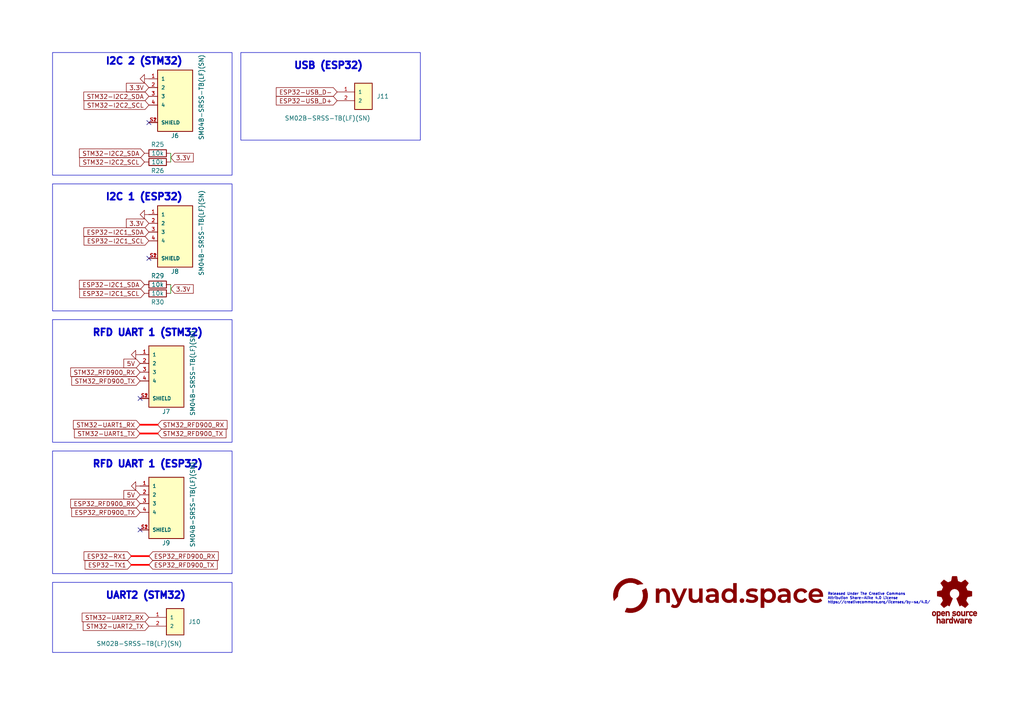
<source format=kicad_sch>
(kicad_sch (version 20230121) (generator eeschema)
  (paper "A4")
  (title_block (title "Connectors & Peripherals") (company "Aether Flight Computer"))
  (lib_symbols
    (symbol "Device:R" (pin_numbers hide) (pin_names (offset 0))
      (property "Reference" "R" (at 2.032 0 90))
      (property "Value" "R" (at 0 0 90))
      (symbol "R_1_1"
        (pin passive line (at 0 3.81 270) (length 1.27) (name "~") (number "1"))
        (pin passive line (at 0 -3.81 90) (length 1.27) (name "~") (number "2"))
      )
    )
    (symbol "SM02B-SRSS-TB_LF__SN_:SM02B-SRSS-TB(LF)(SN)" (pin_names (offset 1.016))
      (property "Reference" "J" (at 11.4936 5.1092 0))
      (property "Value" "SM02B-SRSS-TB(LF)(SN)" (at 11.4908 2.5582 0))
      (symbol "SM02B-SRSS-TB(LF)(SN)_0_0"
        (pin bidirectional line (at 0 5.08 0) (length 5.08) (name "1") (number "1"))
        (pin bidirectional line (at 0 2.54 0) (length 5.08) (name "2") (number "2"))
      )
    )
    (symbol "SM04B-SRSS-TB_LF__SN_:SM04B-SRSS-TB(LF)(SN)" (pin_names (offset 1.016))
      (property "Reference" "J" (at -5.0831 8.1433 0))
      (property "Value" "SM04B-SRSS-TB(LF)(SN)" (at -5.0835 -11.9557 0))
      (symbol "SM04B-SRSS-TB(LF)(SN)_0_0"
        (pin passive line (at -7.62 5.08 0) (length 2.54) (name "1") (number "1"))
        (pin passive line (at -7.62 2.54 0) (length 2.54) (name "2") (number "2"))
        (pin passive line (at -7.62 0 0) (length 2.54) (name "3") (number "3"))
        (pin passive line (at -7.62 -2.54 0) (length 2.54) (name "4") (number "4"))
        (pin passive line (at -7.62 -7.62 0) (length 2.54) (name "SHIELD") (number "S1"))
        (pin passive line (at -7.62 -7.62 0) (length 2.54) (name "SHIELD") (number "S2"))
      )
    )
    (symbol "nyuad_space:LOGO" (pin_names (offset 1.016)))
    (symbol "osh_logo:LOGO" (pin_names (offset 1.016)))
    (symbol "power:GND" (power) (pin_names (offset 0))
      (property "Value" "GND" (at 0 -3.81 0))
      (symbol "GND_1_1"
        (pin power_in line (at 0 0 270) (length 0) hide (name "GND") (number "1"))
      )
    )
  )
  (no_connect (at 40.64 115.57))
  (no_connect (at 43.18 35.56))
  (no_connect (at 43.18 74.93))
  (no_connect (at 40.64 153.67))
  (wire (pts (xy 49.53 82.55) (xy 49.53 85.09)))
  (wire (pts (xy 43.18 163.83) (xy 38.1 163.83)) (stroke (width 0.5) (color 255 0 0 1)))
  (wire (pts (xy 45.72 125.73) (xy 40.64 125.73)) (stroke (width 0.5) (color 255 0 0 1)))
  (wire (pts (xy 45.72 123.19) (xy 40.64 123.19)) (stroke (width 0.5) (color 255 0 0 1)))
  (wire (pts (xy 49.53 44.45) (xy 49.53 46.99)))
  (wire (pts (xy 43.18 161.29) (xy 38.1 161.29)) (stroke (width 0.5) (color 255 0 0 1)))
  (rectangle (start 69.85 15.24) (end 121.92 40.64))
  (rectangle (start 15.24 168.91) (end 67.31 189.23))
  (rectangle (start 15.24 53.34) (end 67.31 90.17))
  (rectangle (start 15.24 130.81) (end 67.31 166.37))
  (rectangle (start 15.24 92.71) (end 67.31 128.27))
  (rectangle (start 15.24 15.24) (end 67.31 50.8))
  (text "RFD UART 1 (ESP32)" (at 26.67 135.89 0) (effects (font (size 2 2) (thickness 0.8) bold) (justify left bottom)))
  (text "I2C 2 (STM32)" (at 30.48 19.05 0) (effects (font (size 2 2) (thickness 0.8) bold) (justify left bottom)))
  (text "UART2 (STM32)" (at 30.48 173.99 0) (effects (font (size 2 2) (thickness 0.8) bold) (justify left bottom)))
  (text "RFD UART 1 (STM32)" (at 26.67 97.79 0) (effects (font (size 2 2) (thickness 0.8) bold) (justify left bottom)))
  (text "Released Under The Creative Commons\nAttribution Share-Alike 4.0 License\nhttps://creativecommons.orq/licenses/by-sa/4.0/" (at 240.03 175.26 0) (effects (font (size 0.75 0.75)) (justify left bottom)))
  (text "USB (ESP32)" (at 85.09 20.32 0) (effects (font (size 2 2) (thickness 0.8) bold) (justify left bottom)))
  (text "I2C 1 (ESP32)" (at 30.48 58.42 0) (effects (font (size 2 2) (thickness 0.8) bold) (justify left bottom)))
  (global_label "STM32-I2C2_SCL" (shape input) (at 41.91 46.99 180) (property "Intersheetrefs" "${INTERSHEET_REFS}" (effects hide)))
  (global_label "STM32-UART2_TX" (shape input) (at 43.18 181.61 180) (property "Intersheetrefs" "${INTERSHEET_REFS}" (effects hide)))
  (global_label "ESP32-I2C1_SCL" (shape input) (at 41.91 85.09 180) (property "Intersheetrefs" "${INTERSHEET_REFS}" (effects hide)))
  (global_label "STM32-UART1_TX" (shape input) (at 40.64 125.73 180) (property "Intersheetrefs" "${INTERSHEET_REFS}" (effects hide)))
  (global_label "STM32_RFD900_TX" (shape input) (at 45.72 125.73 0) (property "Intersheetrefs" "${INTERSHEET_REFS}" (effects hide)))
  (global_label "ESP32-I2C1_SDA" (shape input) (at 41.91 82.55 180) (property "Intersheetrefs" "${INTERSHEET_REFS}" (effects hide)))
  (global_label "ESP32_RFD900_TX" (shape input) (at 40.64 148.59 180) (property "Intersheetrefs" "${INTERSHEET_REFS}" (effects hide)))
  (global_label "ESP32-I2C1_SDA" (shape input) (at 43.18 67.31 180) (property "Intersheetrefs" "${INTERSHEET_REFS}" (effects hide)))
  (global_label "3.3V" (shape input) (at 49.53 45.72 0) (property "Intersheetrefs" "${INTERSHEET_REFS}" (effects hide)))
  (global_label "STM32-I2C2_SDA" (shape input) (at 41.91 44.45 180) (property "Intersheetrefs" "${INTERSHEET_REFS}" (effects hide)))
  (global_label "STM32_RFD900_RX" (shape input) (at 45.72 123.19 0) (property "Intersheetrefs" "${INTERSHEET_REFS}" (effects hide)))
  (global_label "5V" (shape input) (at 40.64 143.51 180) (property "Intersheetrefs" "${INTERSHEET_REFS}" (effects hide)))
  (global_label "ESP32_RFD900_RX" (shape input) (at 40.64 146.05 180) (property "Intersheetrefs" "${INTERSHEET_REFS}" (effects hide)))
  (global_label "ESP32-I2C1_SCL" (shape input) (at 43.18 69.85 180) (property "Intersheetrefs" "${INTERSHEET_REFS}" (effects hide)))
  (global_label "ESP32_RFD900_RX" (shape input) (at 43.18 161.29 0) (property "Intersheetrefs" "${INTERSHEET_REFS}" (effects hide)))
  (global_label "3.3V" (shape input) (at 43.18 25.4 180) (property "Intersheetrefs" "${INTERSHEET_REFS}" (effects hide)))
  (global_label "3.3V" (shape input) (at 43.18 64.77 180) (property "Intersheetrefs" "${INTERSHEET_REFS}" (effects hide)))
  (global_label "STM32-I2C2_SCL" (shape input) (at 43.18 30.48 180) (property "Intersheetrefs" "${INTERSHEET_REFS}" (effects hide)))
  (global_label "ESP32-USB_D-" (shape input) (at 97.79 26.67 180) (property "Intersheetrefs" "${INTERSHEET_REFS}" (effects hide)))
  (global_label "STM32-UART1_RX" (shape input) (at 40.64 123.19 180) (property "Intersheetrefs" "${INTERSHEET_REFS}" (effects hide)))
  (global_label "3.3V" (shape input) (at 49.53 83.82 0) (property "Intersheetrefs" "${INTERSHEET_REFS}" (effects hide)))
  (global_label "ESP32-USB_D+" (shape input) (at 97.79 29.21 180) (property "Intersheetrefs" "${INTERSHEET_REFS}" (effects hide)))
  (global_label "ESP32-RX1" (shape input) (at 38.1 161.29 180) (property "Intersheetrefs" "${INTERSHEET_REFS}" (effects hide)))
  (global_label "5V" (shape input) (at 40.64 105.41 180) (property "Intersheetrefs" "${INTERSHEET_REFS}" (effects hide)))
  (global_label "STM32_RFD900_RX" (shape input) (at 40.64 107.95 180) (property "Intersheetrefs" "${INTERSHEET_REFS}" (effects hide)))
  (global_label "ESP32-TX1" (shape input) (at 38.1 163.83 180) (property "Intersheetrefs" "${INTERSHEET_REFS}" (effects hide)))
  (global_label "STM32-I2C2_SDA" (shape input) (at 43.18 27.94 180) (property "Intersheetrefs" "${INTERSHEET_REFS}" (effects hide)))
  (global_label "ESP32_RFD900_TX" (shape input) (at 43.18 163.83 0) (property "Intersheetrefs" "${INTERSHEET_REFS}" (effects hide)))
  (global_label "STM32_RFD900_TX" (shape input) (at 40.64 110.49 180) (property "Intersheetrefs" "${INTERSHEET_REFS}" (effects hide)))
  (global_label "STM32-UART2_RX" (shape input) (at 43.18 179.07 180) (property "Intersheetrefs" "${INTERSHEET_REFS}" (effects hide)))
  (symbol (lib_id "SM02B-SRSS-TB_LF__SN_:SM02B-SRSS-TB(LF)(SN)") (at 97.79 31.75 0) (unit 1)
    (property "Reference" "J11" (at 109.22 27.94 0) (effects (justify left)))
    (property "Value" "SM02B-SRSS-TB(LF)(SN)" (at 82.55 34.29 0) (effects (justify left)))
    (property "Footprint" "SM02B-SRSS-TB(LF)(SN)" (effects hide))
    (property "MF" "JST" (effects hide))
    (property "DESCRIPTION" "SH Series 2 Position 1 mm Pitch Surface Mount Side Entry Shrouded Header" (effects hide))
    (property "PACKAGE" "None" (effects hide))
    (property "PRICE" "0.23 USD" (effects hide))
    (property "MP" "SM02B-SRSS-TB_LF__SN_" (effects hide))
    (property "AVAILABILITY" "Good" (effects hide))
    (instances (project "aether" (path "" (reference "J11") (unit 1)) (path "" (reference "J9") (unit 1))))
  )
  (symbol (lib_id "power:GND") (at 40.64 102.87 270) (unit 1)
    (property "Reference" "#PWR056" (effects hide))
    (property "Value" "GND" (effects hide))
  )
  (symbol (lib_id "SM04B-SRSS-TB_LF__SN_:SM04B-SRSS-TB(LF)(SN)") (at 48.26 107.95 0) (unit 1)
    (property "Reference" "J7" (at 46.99 119.38 0) (effects (justify left)))
    (property "Value" "SM04B-SRSS-TB(LF)(SN)" (at 55.88 120.65 90) (effects (justify left)))
    (property "Footprint" "JST_SM04B-SRSS-TB(LF)(SN)" (effects hide))
    (property "STANDARD" "Manufacturer recommendations" (effects hide))
    (property "MANUFACTURER" "JST" (effects hide))
    (instances (project "aether" (path "" (reference "J7") (unit 1)) (path "" (reference "J10") (unit 1))))
  )
  (symbol (lib_id "Device:R") (at 45.72 44.45 90) (unit 1)
    (property "Reference" "R25" (at 45.72 41.91 90))
    (property "Value" "10k" (at 45.72 44.45 90))
    (property "Footprint" "Resistor_SMD:R_0201_0603Metric" (effects hide))
  )
  (symbol (lib_id "nyuad_space:LOGO") (at 208.28 172.72 0) (unit 1)
    (property "Reference" "#G2" (effects hide))
    (property "Value" "LOGO" (effects hide))
    (instances (project "aether" (path "" (reference "#G2") (unit 1)) (path "" (reference "#G7") (unit 1))))
  )
  (symbol (lib_id "SM04B-SRSS-TB_LF__SN_:SM04B-SRSS-TB(LF)(SN)") (at 50.8 67.31 0) (unit 1)
    (property "Reference" "J8" (at 49.53 78.74 0) (effects (justify left)))
    (property "Value" "SM04B-SRSS-TB(LF)(SN)" (at 58.42 80.01 90) (effects (justify left)))
    (property "Footprint" "JST_SM04B-SRSS-TB(LF)(SN)" (effects hide))
    (property "STANDARD" "Manufacturer recommendations" (effects hide))
    (property "MANUFACTURER" "JST" (effects hide))
    (instances (project "aether" (path "" (reference "J8") (unit 1)) (path "" (reference "J7") (unit 1))))
  )
  (symbol (lib_id "power:GND") (at 43.18 62.23 270) (unit 1)
    (property "Reference" "#PWR055" (effects hide))
    (property "Value" "GND" (effects hide))
  )
  (symbol (lib_id "SM02B-SRSS-TB_LF__SN_:SM02B-SRSS-TB(LF)(SN)") (at 43.18 184.15 0) (unit 1)
    (property "Reference" "J10" (at 54.61 180.34 0) (effects (justify left)))
    (property "Value" "SM02B-SRSS-TB(LF)(SN)" (at 27.94 186.69 0) (effects (justify left)))
    (property "Footprint" "SM02B-SRSS-TB(LF)(SN)" (effects hide))
    (property "MF" "JST" (effects hide))
    (property "DESCRIPTION" "SH Series 2 Position 1 mm Pitch Surface Mount Side Entry Shrouded Header" (effects hide))
    (property "PACKAGE" "None" (effects hide))
    (property "PRICE" "0.23 USD" (effects hide))
    (property "MP" "SM02B-SRSS-TB_LF__SN_" (effects hide))
    (property "AVAILABILITY" "Good" (effects hide))
    (instances (project "aether" (path "" (reference "J10") (unit 1)) (path "" (reference "J8") (unit 1))))
  )
  (symbol (lib_id "Device:R") (at 45.72 82.55 90) (unit 1)
    (property "Reference" "R29" (at 45.72 80.01 90))
    (property "Value" "10k" (at 45.72 82.55 90))
    (property "Footprint" "Resistor_SMD:R_0201_0603Metric" (effects hide))
  )
  (symbol (lib_id "Device:R") (at 45.72 46.99 90) (unit 1)
    (property "Reference" "R26" (at 45.72 49.53 90))
    (property "Value" "10k" (at 45.72 46.99 90))
    (property "Footprint" "Resistor_SMD:R_0201_0603Metric" (effects hide))
  )
  (symbol (lib_id "power:GND") (at 43.18 22.86 270) (unit 1)
    (property "Reference" "#PWR054" (effects hide))
    (property "Value" "GND" (effects hide))
  )
  (symbol (lib_id "power:GND") (at 40.64 140.97 270) (unit 1)
    (property "Reference" "#PWR057" (effects hide))
    (property "Value" "GND" (effects hide))
  )
  (symbol (lib_id "SM04B-SRSS-TB_LF__SN_:SM04B-SRSS-TB(LF)(SN)") (at 50.8 27.94 0) (unit 1)
    (property "Reference" "J6" (at 49.53 39.37 0) (effects (justify left)))
    (property "Value" "SM04B-SRSS-TB(LF)(SN)" (at 58.42 40.64 90) (effects (justify left)))
    (property "Footprint" "JST_SM04B-SRSS-TB(LF)(SN)" (effects hide))
    (property "STANDARD" "Manufacturer recommendations" (effects hide))
    (property "MANUFACTURER" "JST" (effects hide))
  )
  (symbol (lib_id "Device:R") (at 45.72 85.09 90) (unit 1)
    (property "Reference" "R30" (at 45.72 87.63 90))
    (property "Value" "10k" (at 45.72 85.09 90))
    (property "Footprint" "Resistor_SMD:R_0201_0603Metric" (effects hide))
  )
  (symbol (lib_id "osh_logo:LOGO") (at 276.86 173.99 0) (unit 1)
    (property "Reference" "#G1" (effects hide))
    (property "Value" "LOGO" (effects hide))
    (instances (project "aether" (path "" (reference "#G1") (unit 1)) (path "" (reference "#G8") (unit 1))))
  )
  (symbol (lib_id "SM04B-SRSS-TB_LF__SN_:SM04B-SRSS-TB(LF)(SN)") (at 48.26 146.05 0) (unit 1)
    (property "Reference" "J9" (at 46.99 157.48 0) (effects (justify left)))
    (property "Value" "SM04B-SRSS-TB(LF)(SN)" (at 55.88 158.75 90) (effects (justify left)))
    (property "Footprint" "JST_SM04B-SRSS-TB(LF)(SN)" (effects hide))
    (property "STANDARD" "Manufacturer recommendations" (effects hide))
    (property "MANUFACTURER" "JST" (effects hide))
    (instances (project "aether" (path "" (reference "J9") (unit 1)) (path "" (reference "J11") (unit 1))))
  )
)
</source>
